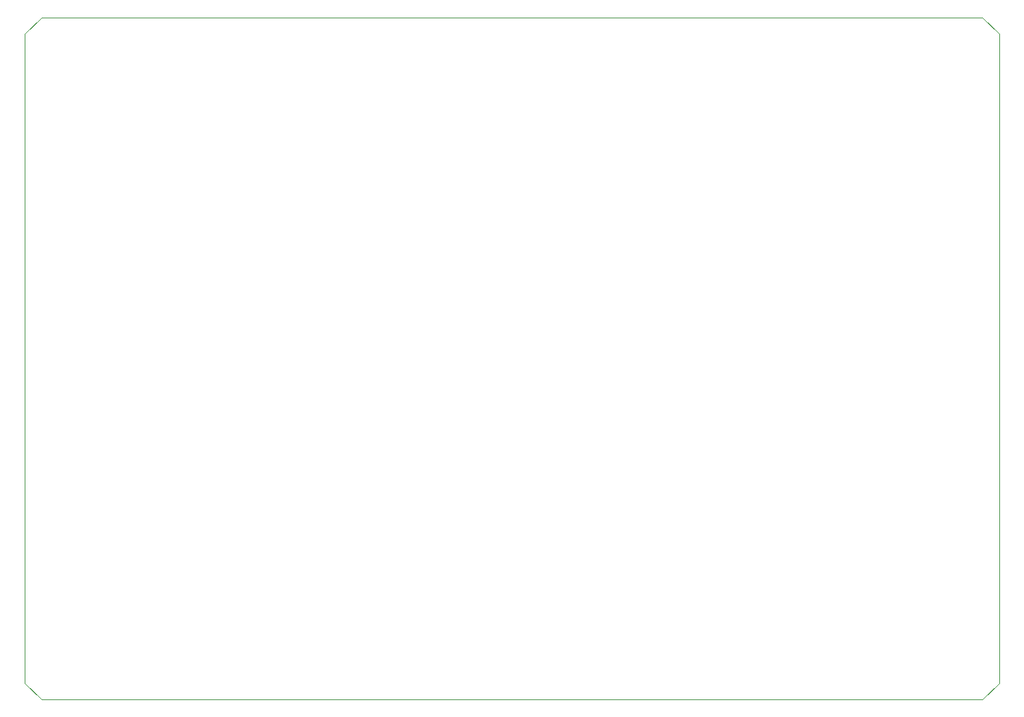
<source format=gbr>
%TF.GenerationSoftware,KiCad,Pcbnew,7.0.5*%
%TF.CreationDate,2023-07-20T14:33:04+01:00*%
%TF.ProjectId,EmotionalCities_v.1.1,456d6f74-696f-46e6-916c-436974696573,rev?*%
%TF.SameCoordinates,PX76109c0PY3c14dc0*%
%TF.FileFunction,Profile,NP*%
%FSLAX45Y45*%
G04 Gerber Fmt 4.5, Leading zero omitted, Abs format (unit mm)*
G04 Created by KiCad (PCBNEW 7.0.5) date 2023-07-20 14:33:04*
%MOMM*%
%LPD*%
G01*
G04 APERTURE LIST*
%TA.AperFunction,Profile*%
%ADD10C,0.076200*%
%TD*%
G04 APERTURE END LIST*
D10*
X200000Y0D02*
X11500000Y0D01*
X200000Y-8200000D02*
X11500000Y-8200000D01*
X0Y-8000000D02*
X0Y-200000D01*
X11500000Y0D02*
X11700000Y-200000D01*
X11700000Y-200000D02*
X11700000Y-8000000D01*
X11700000Y-8000000D02*
X11500000Y-8200000D01*
X200000Y0D02*
X0Y-200000D01*
X0Y-8000000D02*
X200000Y-8200000D01*
M02*

</source>
